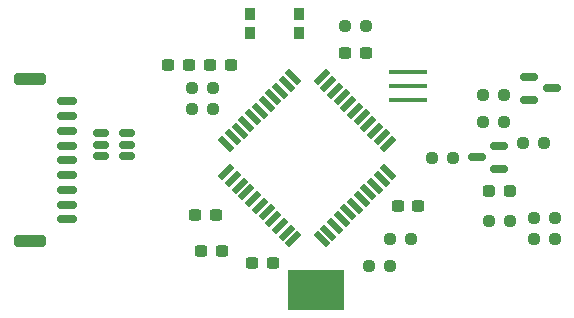
<source format=gbp>
%TF.GenerationSoftware,KiCad,Pcbnew,7.0.6*%
%TF.CreationDate,2023-08-20T20:53:31-04:00*%
%TF.ProjectId,Safe-To-Mate-O-Matic-v3,53616665-2d54-46f2-9d4d-6174652d4f2d,rev?*%
%TF.SameCoordinates,Original*%
%TF.FileFunction,Paste,Bot*%
%TF.FilePolarity,Positive*%
%FSLAX46Y46*%
G04 Gerber Fmt 4.6, Leading zero omitted, Abs format (unit mm)*
G04 Created by KiCad (PCBNEW 7.0.6) date 2023-08-20 20:53:31*
%MOMM*%
%LPD*%
G01*
G04 APERTURE LIST*
G04 Aperture macros list*
%AMRoundRect*
0 Rectangle with rounded corners*
0 $1 Rounding radius*
0 $2 $3 $4 $5 $6 $7 $8 $9 X,Y pos of 4 corners*
0 Add a 4 corners polygon primitive as box body*
4,1,4,$2,$3,$4,$5,$6,$7,$8,$9,$2,$3,0*
0 Add four circle primitives for the rounded corners*
1,1,$1+$1,$2,$3*
1,1,$1+$1,$4,$5*
1,1,$1+$1,$6,$7*
1,1,$1+$1,$8,$9*
0 Add four rect primitives between the rounded corners*
20,1,$1+$1,$2,$3,$4,$5,0*
20,1,$1+$1,$4,$5,$6,$7,0*
20,1,$1+$1,$6,$7,$8,$9,0*
20,1,$1+$1,$8,$9,$2,$3,0*%
%AMRotRect*
0 Rectangle, with rotation*
0 The origin of the aperture is its center*
0 $1 length*
0 $2 width*
0 $3 Rotation angle, in degrees counterclockwise*
0 Add horizontal line*
21,1,$1,$2,0,0,$3*%
G04 Aperture macros list end*
%ADD10R,3.200000X0.400000*%
%ADD11RoundRect,0.237500X-0.250000X-0.237500X0.250000X-0.237500X0.250000X0.237500X-0.250000X0.237500X0*%
%ADD12RoundRect,0.237500X-0.300000X-0.237500X0.300000X-0.237500X0.300000X0.237500X-0.300000X0.237500X0*%
%ADD13RoundRect,0.150000X0.700000X-0.150000X0.700000X0.150000X-0.700000X0.150000X-0.700000X-0.150000X0*%
%ADD14RoundRect,0.250000X1.100000X-0.250000X1.100000X0.250000X-1.100000X0.250000X-1.100000X-0.250000X0*%
%ADD15RoundRect,0.150000X0.587500X0.150000X-0.587500X0.150000X-0.587500X-0.150000X0.587500X-0.150000X0*%
%ADD16RoundRect,0.237500X0.250000X0.237500X-0.250000X0.237500X-0.250000X-0.237500X0.250000X-0.237500X0*%
%ADD17R,4.699000X3.429000*%
%ADD18RoundRect,0.237500X0.300000X0.237500X-0.300000X0.237500X-0.300000X-0.237500X0.300000X-0.237500X0*%
%ADD19RotRect,1.500000X0.550000X315.000000*%
%ADD20RotRect,1.500000X0.550000X225.000000*%
%ADD21RoundRect,0.237500X0.287500X0.237500X-0.287500X0.237500X-0.287500X-0.237500X0.287500X-0.237500X0*%
%ADD22RoundRect,0.150000X0.512500X0.150000X-0.512500X0.150000X-0.512500X-0.150000X0.512500X-0.150000X0*%
%ADD23RoundRect,0.150000X-0.587500X-0.150000X0.587500X-0.150000X0.587500X0.150000X-0.587500X0.150000X0*%
%ADD24R,0.900000X1.000000*%
G04 APERTURE END LIST*
D10*
%TO.C,Y2*%
X159131000Y-76016000D03*
X159131000Y-77216000D03*
X159131000Y-78416000D03*
%TD*%
D11*
%TO.C,R7*%
X168863000Y-82042000D03*
X170688000Y-82042000D03*
%TD*%
D12*
%TO.C,C4*%
X153823500Y-74422000D03*
X155548500Y-74422000D03*
%TD*%
D13*
%TO.C,J2*%
X130302000Y-88499000D03*
X130302000Y-87249000D03*
X130302000Y-85999000D03*
X130302000Y-84749000D03*
X130302000Y-83499000D03*
X130302000Y-82249000D03*
X130302000Y-80999000D03*
X130302000Y-79749000D03*
X130302000Y-78499000D03*
D14*
X127102000Y-90349000D03*
X127102000Y-76649000D03*
%TD*%
D15*
%TO.C,Q2*%
X166878000Y-82296000D03*
X166878000Y-84196000D03*
X165003000Y-83246000D03*
%TD*%
D16*
%TO.C,R4*%
X157630500Y-92456000D03*
X155805500Y-92456000D03*
%TD*%
D11*
%TO.C,R3*%
X140819500Y-77343000D03*
X142644500Y-77343000D03*
%TD*%
D12*
%TO.C,C7*%
X158295000Y-87376000D03*
X160020000Y-87376000D03*
%TD*%
D11*
%TO.C,R11*%
X165457500Y-80264000D03*
X167282500Y-80264000D03*
%TD*%
D16*
%TO.C,R10*%
X171600500Y-88392000D03*
X169775500Y-88392000D03*
%TD*%
D11*
%TO.C,R6*%
X165457500Y-77978000D03*
X167282500Y-77978000D03*
%TD*%
D17*
%TO.C,TP1*%
X151384000Y-94488000D03*
%TD*%
D16*
%TO.C,R1*%
X155598500Y-72136000D03*
X153773500Y-72136000D03*
%TD*%
D18*
%TO.C,C1*%
X143356500Y-91186000D03*
X141631500Y-91186000D03*
%TD*%
D19*
%TO.C,U1*%
X143763064Y-82109918D03*
X144328750Y-81544233D03*
X144894435Y-80978548D03*
X145460120Y-80412862D03*
X146025806Y-79847177D03*
X146591491Y-79281491D03*
X147157177Y-78715806D03*
X147722862Y-78150120D03*
X148288548Y-77584435D03*
X148854233Y-77018750D03*
X149419918Y-76453064D03*
D20*
X151824082Y-76453064D03*
X152389767Y-77018750D03*
X152955452Y-77584435D03*
X153521138Y-78150120D03*
X154086823Y-78715806D03*
X154652509Y-79281491D03*
X155218194Y-79847177D03*
X155783880Y-80412862D03*
X156349565Y-80978548D03*
X156915250Y-81544233D03*
X157480936Y-82109918D03*
D19*
X157480936Y-84514082D03*
X156915250Y-85079767D03*
X156349565Y-85645452D03*
X155783880Y-86211138D03*
X155218194Y-86776823D03*
X154652509Y-87342509D03*
X154086823Y-87908194D03*
X153521138Y-88473880D03*
X152955452Y-89039565D03*
X152389767Y-89605250D03*
X151824082Y-90170936D03*
D20*
X149419918Y-90170936D03*
X148854233Y-89605250D03*
X148288548Y-89039565D03*
X147722862Y-88473880D03*
X147157177Y-87908194D03*
X146591491Y-87342509D03*
X146025806Y-86776823D03*
X145460120Y-86211138D03*
X144894435Y-85645452D03*
X144328750Y-85079767D03*
X143763064Y-84514082D03*
%TD*%
D11*
%TO.C,R9*%
X161139500Y-83312000D03*
X162964500Y-83312000D03*
%TD*%
%TO.C,R2*%
X140819500Y-79121000D03*
X142644500Y-79121000D03*
%TD*%
D21*
%TO.C,D2*%
X167753000Y-86106000D03*
X166003000Y-86106000D03*
%TD*%
D12*
%TO.C,C3*%
X138837500Y-75438000D03*
X140562500Y-75438000D03*
%TD*%
D18*
%TO.C,C5*%
X147674500Y-92202000D03*
X145949500Y-92202000D03*
%TD*%
D22*
%TO.C,D3*%
X135382000Y-81219000D03*
X135382000Y-82169000D03*
X135382000Y-83119000D03*
X133107000Y-83119000D03*
X133107000Y-82169000D03*
X133107000Y-81219000D03*
%TD*%
D16*
%TO.C,R5*%
X167790500Y-88646000D03*
X165965500Y-88646000D03*
%TD*%
%TO.C,R8*%
X171600500Y-90170000D03*
X169775500Y-90170000D03*
%TD*%
%TO.C,R12*%
X159408500Y-90170000D03*
X157583500Y-90170000D03*
%TD*%
D18*
%TO.C,C2*%
X144118500Y-75438000D03*
X142393500Y-75438000D03*
%TD*%
D23*
%TO.C,Q1*%
X169418000Y-78354000D03*
X169418000Y-76454000D03*
X171293000Y-77404000D03*
%TD*%
D12*
%TO.C,C6*%
X141123500Y-88138000D03*
X142848500Y-88138000D03*
%TD*%
D24*
%TO.C,SW1*%
X145778000Y-72682000D03*
X149878000Y-72682000D03*
X145778000Y-71082000D03*
X149878000Y-71082000D03*
%TD*%
M02*

</source>
